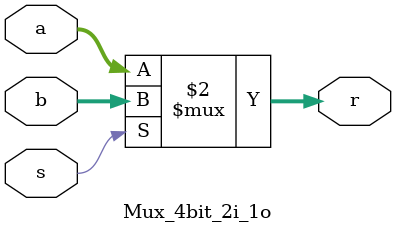
<source format=v>
`timescale 1ns / 1ps
module Mux_4bit_2i_1o(
input s,
input [3:0] a,
input [3:0] b,
output[3:0] r
    );
	 assign r = (s == 0)? a : b;

endmodule

</source>
